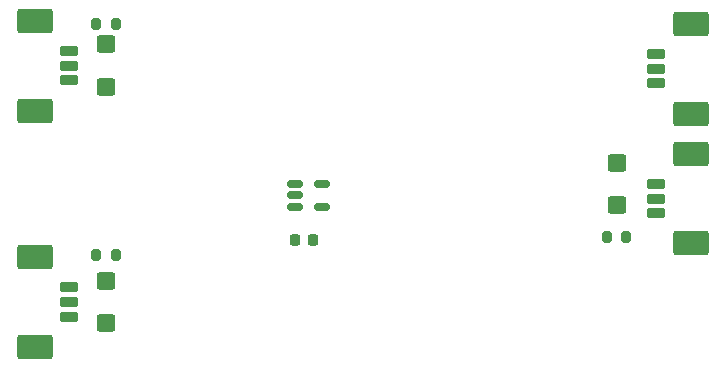
<source format=gbr>
%TF.GenerationSoftware,KiCad,Pcbnew,7.0.8*%
%TF.CreationDate,2024-03-12T17:39:57-04:00*%
%TF.ProjectId,ANDgate,414e4467-6174-4652-9e6b-696361645f70,rev?*%
%TF.SameCoordinates,Original*%
%TF.FileFunction,Paste,Top*%
%TF.FilePolarity,Positive*%
%FSLAX46Y46*%
G04 Gerber Fmt 4.6, Leading zero omitted, Abs format (unit mm)*
G04 Created by KiCad (PCBNEW 7.0.8) date 2024-03-12 17:39:57*
%MOMM*%
%LPD*%
G01*
G04 APERTURE LIST*
G04 Aperture macros list*
%AMRoundRect*
0 Rectangle with rounded corners*
0 $1 Rounding radius*
0 $2 $3 $4 $5 $6 $7 $8 $9 X,Y pos of 4 corners*
0 Add a 4 corners polygon primitive as box body*
4,1,4,$2,$3,$4,$5,$6,$7,$8,$9,$2,$3,0*
0 Add four circle primitives for the rounded corners*
1,1,$1+$1,$2,$3*
1,1,$1+$1,$4,$5*
1,1,$1+$1,$6,$7*
1,1,$1+$1,$8,$9*
0 Add four rect primitives between the rounded corners*
20,1,$1+$1,$2,$3,$4,$5,0*
20,1,$1+$1,$4,$5,$6,$7,0*
20,1,$1+$1,$6,$7,$8,$9,0*
20,1,$1+$1,$8,$9,$2,$3,0*%
G04 Aperture macros list end*
%ADD10RoundRect,0.200000X-0.600000X0.200000X-0.600000X-0.200000X0.600000X-0.200000X0.600000X0.200000X0*%
%ADD11RoundRect,0.250001X-1.249999X0.799999X-1.249999X-0.799999X1.249999X-0.799999X1.249999X0.799999X0*%
%ADD12RoundRect,0.300000X0.500000X-0.450000X0.500000X0.450000X-0.500000X0.450000X-0.500000X-0.450000X0*%
%ADD13RoundRect,0.200000X0.600000X-0.200000X0.600000X0.200000X-0.600000X0.200000X-0.600000X-0.200000X0*%
%ADD14RoundRect,0.250001X1.249999X-0.799999X1.249999X0.799999X-1.249999X0.799999X-1.249999X-0.799999X0*%
%ADD15RoundRect,0.300000X-0.500000X0.450000X-0.500000X-0.450000X0.500000X-0.450000X0.500000X0.450000X0*%
%ADD16RoundRect,0.150000X-0.512500X-0.150000X0.512500X-0.150000X0.512500X0.150000X-0.512500X0.150000X0*%
%ADD17RoundRect,0.200000X-0.200000X-0.275000X0.200000X-0.275000X0.200000X0.275000X-0.200000X0.275000X0*%
%ADD18RoundRect,0.225000X0.225000X0.250000X-0.225000X0.250000X-0.225000X-0.250000X0.225000X-0.250000X0*%
G04 APERTURE END LIST*
D10*
%TO.C,J1*%
X123150000Y-93750000D03*
X123150000Y-95000000D03*
X123150000Y-96250000D03*
D11*
X120250000Y-98800000D03*
X120250000Y-91200000D03*
%TD*%
D12*
%TO.C,D2*%
X126250000Y-116800000D03*
X126250000Y-113200000D03*
%TD*%
D13*
%TO.C,J4*%
X172850000Y-96500000D03*
X172850000Y-95250000D03*
X172850000Y-94000000D03*
D14*
X175750000Y-91450000D03*
X175750000Y-99050000D03*
%TD*%
D15*
%TO.C,D3*%
X169500000Y-103200000D03*
X169500000Y-106800000D03*
%TD*%
D16*
%TO.C,U1*%
X142240000Y-105034000D03*
X142240000Y-105984000D03*
X142240000Y-106934000D03*
X144515000Y-106934000D03*
X144515000Y-105034000D03*
%TD*%
D12*
%TO.C,D1*%
X126250000Y-96800000D03*
X126250000Y-93200000D03*
%TD*%
D17*
%TO.C,R3*%
X168675000Y-109500000D03*
X170325000Y-109500000D03*
%TD*%
%TO.C,R1*%
X125425000Y-91500000D03*
X127075000Y-91500000D03*
%TD*%
D18*
%TO.C,C1*%
X143775000Y-109750000D03*
X142225000Y-109750000D03*
%TD*%
D13*
%TO.C,J3*%
X172850000Y-107500000D03*
X172850000Y-106250000D03*
X172850000Y-105000000D03*
D14*
X175750000Y-102450000D03*
X175750000Y-110050000D03*
%TD*%
D10*
%TO.C,J2*%
X123150000Y-113750000D03*
X123150000Y-115000000D03*
X123150000Y-116250000D03*
D11*
X120250000Y-111200000D03*
X120250000Y-118800000D03*
%TD*%
D17*
%TO.C,R2*%
X125425000Y-111000000D03*
X127075000Y-111000000D03*
%TD*%
M02*

</source>
